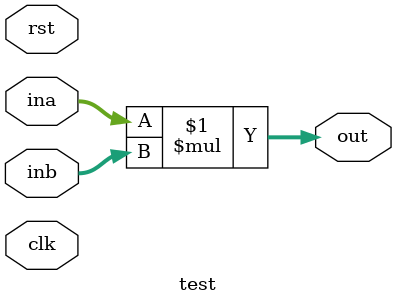
<source format=sv>
module test(
        input [1:0] ina,inb,
        input clk,rst,
        output reg [3:0] out
);
        assign out = ina* inb;
endmodule

</source>
